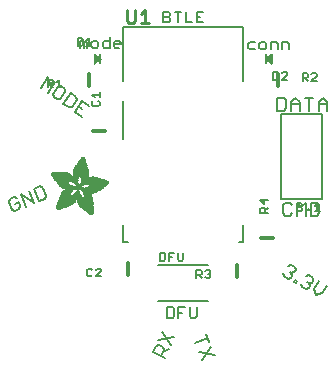
<source format=gbr>
G04 EAGLE Gerber RS-274X export*
G75*
%MOMM*%
%FSLAX34Y34*%
%LPD*%
%INSilkscreen Top*%
%IPPOS*%
%AMOC8*
5,1,8,0,0,1.08239X$1,22.5*%
G01*
%ADD10C,0.152400*%
%ADD11C,0.127000*%
%ADD12C,0.177800*%
%ADD13R,0.068600X0.007600*%
%ADD14R,0.114300X0.007600*%
%ADD15R,0.152400X0.007700*%
%ADD16R,0.182900X0.007600*%
%ADD17R,0.205700X0.007600*%
%ADD18R,0.228600X0.007600*%
%ADD19R,0.259100X0.007600*%
%ADD20R,0.274300X0.007700*%
%ADD21R,0.289500X0.007600*%
%ADD22R,0.304800X0.007600*%
%ADD23R,0.320100X0.007600*%
%ADD24R,0.342900X0.007600*%
%ADD25R,0.350500X0.007700*%
%ADD26R,0.365800X0.007600*%
%ADD27R,0.381000X0.007600*%
%ADD28R,0.388600X0.007600*%
%ADD29R,0.403800X0.007600*%
%ADD30R,0.419100X0.007700*%
%ADD31R,0.426700X0.007600*%
%ADD32R,0.441900X0.007600*%
%ADD33R,0.449600X0.007600*%
%ADD34R,0.464800X0.007600*%
%ADD35R,0.480000X0.007700*%
%ADD36R,0.487600X0.007600*%
%ADD37R,0.495300X0.007600*%
%ADD38R,0.510500X0.007600*%
%ADD39R,0.518100X0.007600*%
%ADD40R,0.525700X0.007700*%
%ADD41R,0.541000X0.007600*%
%ADD42R,0.548600X0.007600*%
%ADD43R,0.563800X0.007600*%
%ADD44R,0.571500X0.007600*%
%ADD45R,0.579100X0.007700*%
%ADD46R,0.594300X0.007600*%
%ADD47R,0.601900X0.007600*%
%ADD48R,0.609600X0.007600*%
%ADD49R,0.624800X0.007600*%
%ADD50R,0.632400X0.007700*%
%ADD51R,0.640000X0.007600*%
%ADD52R,0.655300X0.007600*%
%ADD53R,0.662900X0.007600*%
%ADD54R,0.678100X0.007600*%
%ADD55R,0.685800X0.007700*%
%ADD56R,0.693400X0.007600*%
%ADD57R,0.708600X0.007600*%
%ADD58R,0.716200X0.007600*%
%ADD59R,0.723900X0.007600*%
%ADD60R,0.739100X0.007700*%
%ADD61R,0.746700X0.007600*%
%ADD62R,0.754300X0.007600*%
%ADD63R,0.769600X0.007600*%
%ADD64R,0.777200X0.007600*%
%ADD65R,0.792400X0.007700*%
%ADD66R,0.800100X0.007600*%
%ADD67R,0.807700X0.007600*%
%ADD68R,0.822900X0.007600*%
%ADD69R,0.830500X0.007600*%
%ADD70R,0.838200X0.007700*%
%ADD71R,0.091500X0.007600*%
%ADD72R,0.853400X0.007600*%
%ADD73R,0.144700X0.007600*%
%ADD74R,0.861000X0.007600*%
%ADD75R,0.190500X0.007600*%
%ADD76R,0.876300X0.007600*%
%ADD77R,0.221000X0.007600*%
%ADD78R,0.883900X0.007600*%
%ADD79R,0.259000X0.007700*%
%ADD80R,0.891500X0.007700*%
%ADD81R,0.289600X0.007600*%
%ADD82R,0.906700X0.007600*%
%ADD83R,0.914400X0.007600*%
%ADD84R,0.350500X0.007600*%
%ADD85R,0.922000X0.007600*%
%ADD86R,0.937200X0.007600*%
%ADD87R,0.411400X0.007700*%
%ADD88R,0.944800X0.007700*%
%ADD89R,0.434300X0.007600*%
%ADD90R,0.952500X0.007600*%
%ADD91R,0.464900X0.007600*%
%ADD92R,0.967700X0.007600*%
%ADD93R,0.975300X0.007600*%
%ADD94R,0.518200X0.007600*%
%ADD95R,0.990600X0.007600*%
%ADD96R,0.548600X0.007700*%
%ADD97R,0.998200X0.007700*%
%ADD98R,1.005800X0.007600*%
%ADD99R,0.594400X0.007600*%
%ADD100R,1.021000X0.007600*%
%ADD101R,0.617200X0.007600*%
%ADD102R,1.028700X0.007600*%
%ADD103R,0.647700X0.007600*%
%ADD104R,1.036300X0.007600*%
%ADD105R,0.670500X0.007700*%
%ADD106R,1.051500X0.007700*%
%ADD107R,1.059100X0.007600*%
%ADD108R,0.716300X0.007600*%
%ADD109R,1.066800X0.007600*%
%ADD110R,0.739100X0.007600*%
%ADD111R,1.074400X0.007600*%
%ADD112R,0.762000X0.007600*%
%ADD113R,1.089600X0.007600*%
%ADD114R,0.784800X0.007700*%
%ADD115R,1.097200X0.007700*%
%ADD116R,1.104900X0.007600*%
%ADD117R,0.830600X0.007600*%
%ADD118R,1.112500X0.007600*%
%ADD119R,0.845800X0.007600*%
%ADD120R,1.120100X0.007600*%
%ADD121R,0.868700X0.007600*%
%ADD122R,1.127700X0.007600*%
%ADD123R,1.135300X0.007700*%
%ADD124R,1.143000X0.007600*%
%ADD125R,0.944900X0.007600*%
%ADD126R,1.150600X0.007600*%
%ADD127R,0.960100X0.007600*%
%ADD128R,1.158200X0.007600*%
%ADD129R,0.983000X0.007600*%
%ADD130R,1.165800X0.007600*%
%ADD131R,1.005900X0.007700*%
%ADD132R,1.173400X0.007700*%
%ADD133R,1.021100X0.007600*%
%ADD134R,1.181100X0.007600*%
%ADD135R,1.044000X0.007600*%
%ADD136R,1.188700X0.007600*%
%ADD137R,1.196300X0.007600*%
%ADD138R,1.082000X0.007600*%
%ADD139R,1.203900X0.007600*%
%ADD140R,1.104900X0.007700*%
%ADD141R,1.211500X0.007700*%
%ADD142R,1.211500X0.007600*%
%ADD143R,1.219200X0.007600*%
%ADD144R,1.226800X0.007600*%
%ADD145R,1.234400X0.007600*%
%ADD146R,1.188700X0.007700*%
%ADD147R,1.242000X0.007700*%
%ADD148R,1.242000X0.007600*%
%ADD149R,1.211600X0.007600*%
%ADD150R,1.249600X0.007600*%
%ADD151R,1.257300X0.007600*%
%ADD152R,1.264900X0.007600*%
%ADD153R,1.242100X0.007700*%
%ADD154R,1.264900X0.007700*%
%ADD155R,1.272500X0.007600*%
%ADD156R,1.265000X0.007600*%
%ADD157R,1.280100X0.007600*%
%ADD158R,1.272600X0.007600*%
%ADD159R,1.287700X0.007600*%
%ADD160R,1.287800X0.007600*%
%ADD161R,1.295400X0.007700*%
%ADD162R,1.303000X0.007600*%
%ADD163R,1.318200X0.007600*%
%ADD164R,1.310600X0.007600*%
%ADD165R,1.325900X0.007600*%
%ADD166R,1.341100X0.007700*%
%ADD167R,1.318200X0.007700*%
%ADD168R,1.341100X0.007600*%
%ADD169R,1.325800X0.007600*%
%ADD170R,1.348700X0.007600*%
%ADD171R,1.364000X0.007600*%
%ADD172R,1.333500X0.007600*%
%ADD173R,1.371600X0.007700*%
%ADD174R,1.379200X0.007600*%
%ADD175R,1.379300X0.007600*%
%ADD176R,1.386900X0.007600*%
%ADD177R,1.394500X0.007600*%
%ADD178R,1.356300X0.007600*%
%ADD179R,1.394400X0.007700*%
%ADD180R,1.356300X0.007700*%
%ADD181R,1.402000X0.007600*%
%ADD182R,1.409700X0.007600*%
%ADD183R,1.363900X0.007600*%
%ADD184R,1.417300X0.007600*%
%ADD185R,1.371600X0.007600*%
%ADD186R,1.424900X0.007700*%
%ADD187R,1.424900X0.007600*%
%ADD188R,1.432600X0.007600*%
%ADD189R,1.440200X0.007600*%
%ADD190R,1.386800X0.007600*%
%ADD191R,1.447800X0.007700*%
%ADD192R,1.386800X0.007700*%
%ADD193R,1.447800X0.007600*%
%ADD194R,1.455500X0.007600*%
%ADD195R,1.394400X0.007600*%
%ADD196R,1.463100X0.007600*%
%ADD197R,1.455400X0.007700*%
%ADD198R,1.463000X0.007600*%
%ADD199R,1.470600X0.007600*%
%ADD200R,1.470600X0.007700*%
%ADD201R,1.409700X0.007700*%
%ADD202R,1.470700X0.007600*%
%ADD203R,1.402100X0.007600*%
%ADD204R,1.478300X0.007600*%
%ADD205R,1.478300X0.007700*%
%ADD206R,1.402100X0.007700*%
%ADD207R,1.485900X0.007600*%
%ADD208R,1.485900X0.007700*%
%ADD209R,1.493500X0.007700*%
%ADD210R,1.493500X0.007600*%
%ADD211R,1.394500X0.007700*%
%ADD212R,1.493600X0.007700*%
%ADD213R,1.386900X0.007700*%
%ADD214R,1.379200X0.007700*%
%ADD215R,2.857500X0.007700*%
%ADD216R,2.857500X0.007600*%
%ADD217R,2.849900X0.007600*%
%ADD218R,2.842300X0.007600*%
%ADD219R,2.834700X0.007700*%
%ADD220R,2.827000X0.007600*%
%ADD221R,2.819400X0.007600*%
%ADD222R,2.811800X0.007600*%
%ADD223R,2.811800X0.007700*%
%ADD224R,2.804100X0.007600*%
%ADD225R,2.796500X0.007600*%
%ADD226R,1.966000X0.007600*%
%ADD227R,1.943100X0.007600*%
%ADD228R,0.754400X0.007600*%
%ADD229R,1.927900X0.007700*%
%ADD230R,0.746700X0.007700*%
%ADD231R,1.912600X0.007600*%
%ADD232R,0.731500X0.007600*%
%ADD233R,1.905000X0.007600*%
%ADD234R,1.882200X0.007600*%
%ADD235R,1.874600X0.007600*%
%ADD236R,1.866900X0.007700*%
%ADD237R,0.708700X0.007700*%
%ADD238R,1.851600X0.007600*%
%ADD239R,0.701100X0.007600*%
%ADD240R,1.844000X0.007600*%
%ADD241R,1.836400X0.007600*%
%ADD242R,1.821200X0.007600*%
%ADD243R,0.685800X0.007600*%
%ADD244R,1.813500X0.007700*%
%ADD245R,1.805900X0.007600*%
%ADD246R,0.678200X0.007600*%
%ADD247R,1.790700X0.007600*%
%ADD248R,0.670600X0.007600*%
%ADD249R,1.775500X0.007600*%
%ADD250R,1.767900X0.007700*%
%ADD251R,0.663000X0.007700*%
%ADD252R,1.760200X0.007600*%
%ADD253R,1.752600X0.007600*%
%ADD254R,0.937300X0.007600*%
%ADD255R,0.792500X0.007600*%
%ADD256R,0.899100X0.007600*%
%ADD257R,0.883900X0.007700*%
%ADD258R,0.716300X0.007700*%
%ADD259R,0.647700X0.007700*%
%ADD260R,0.640100X0.007600*%
%ADD261R,0.632500X0.007600*%
%ADD262R,0.655400X0.007600*%
%ADD263R,0.632400X0.007600*%
%ADD264R,0.845800X0.007700*%
%ADD265R,0.617200X0.007700*%
%ADD266R,0.624800X0.007700*%
%ADD267R,0.602000X0.007600*%
%ADD268R,0.838200X0.007600*%
%ADD269R,0.586700X0.007600*%
%ADD270R,0.548700X0.007600*%
%ADD271R,0.830500X0.007700*%
%ADD272R,0.541000X0.007700*%
%ADD273R,0.594300X0.007700*%
%ADD274R,0.525800X0.007600*%
%ADD275R,0.586800X0.007600*%
%ADD276R,0.815300X0.007600*%
%ADD277R,0.579200X0.007600*%
%ADD278R,0.815400X0.007600*%
%ADD279R,0.815400X0.007700*%
%ADD280R,0.571500X0.007700*%
%ADD281R,0.807800X0.007600*%
%ADD282R,0.563900X0.007600*%
%ADD283R,0.457200X0.007600*%
%ADD284R,0.442000X0.007600*%
%ADD285R,0.556300X0.007600*%
%ADD286R,0.807700X0.007700*%
%ADD287R,0.411500X0.007600*%
%ADD288R,0.533400X0.007600*%
%ADD289R,0.076200X0.007600*%
%ADD290R,0.403900X0.007600*%
%ADD291R,0.525700X0.007600*%
%ADD292R,0.388700X0.007600*%
%ADD293R,0.297200X0.007600*%
%ADD294R,0.373400X0.007700*%
%ADD295R,0.503000X0.007700*%
%ADD296R,0.426800X0.007700*%
%ADD297R,0.358100X0.007600*%
%ADD298R,0.502900X0.007600*%
%ADD299R,0.472400X0.007600*%
%ADD300R,0.487700X0.007600*%
%ADD301R,0.335300X0.007600*%
%ADD302R,0.792500X0.007700*%
%ADD303R,0.327600X0.007700*%
%ADD304R,0.472400X0.007700*%
%ADD305R,0.640000X0.007700*%
%ADD306R,0.784800X0.007600*%
%ADD307R,0.320000X0.007600*%
%ADD308R,0.792400X0.007600*%
%ADD309R,1.173400X0.007600*%
%ADD310R,1.196400X0.007600*%
%ADD311R,0.784900X0.007600*%
%ADD312R,0.784900X0.007700*%
%ADD313R,0.297200X0.007700*%
%ADD314R,1.249700X0.007600*%
%ADD315R,0.281900X0.007600*%
%ADD316R,1.295400X0.007600*%
%ADD317R,0.266700X0.007600*%
%ADD318R,0.777300X0.007700*%
%ADD319R,0.266700X0.007700*%
%ADD320R,1.333500X0.007700*%
%ADD321R,0.777300X0.007600*%
%ADD322R,1.348800X0.007600*%
%ADD323R,0.251500X0.007600*%
%ADD324R,0.243900X0.007700*%
%ADD325R,0.243900X0.007600*%
%ADD326R,1.440100X0.007600*%
%ADD327R,0.236200X0.007600*%
%ADD328R,0.762000X0.007700*%
%ADD329R,0.236200X0.007700*%
%ADD330R,1.508700X0.007700*%
%ADD331R,1.531600X0.007600*%
%ADD332R,1.546900X0.007600*%
%ADD333R,1.569700X0.007600*%
%ADD334R,1.585000X0.007600*%
%ADD335R,0.746800X0.007700*%
%ADD336R,1.607800X0.007700*%
%ADD337R,0.243800X0.007600*%
%ADD338R,1.630700X0.007600*%
%ADD339R,1.653500X0.007600*%
%ADD340R,0.739200X0.007600*%
%ADD341R,1.684000X0.007600*%
%ADD342R,2.019300X0.007600*%
%ADD343R,0.731500X0.007700*%
%ADD344R,2.026900X0.007700*%
%ADD345R,2.049800X0.007600*%
%ADD346R,2.057400X0.007600*%
%ADD347R,0.708700X0.007600*%
%ADD348R,2.072600X0.007600*%
%ADD349R,0.701000X0.007600*%
%ADD350R,2.095500X0.007600*%
%ADD351R,0.693500X0.007700*%
%ADD352R,2.110800X0.007700*%
%ADD353R,2.141200X0.007600*%
%ADD354R,0.060900X0.007600*%
%ADD355R,2.872700X0.007600*%
%ADD356R,3.124200X0.007600*%
%ADD357R,3.177600X0.007600*%
%ADD358R,3.215600X0.007700*%
%ADD359R,3.253700X0.007600*%
%ADD360R,3.284300X0.007600*%
%ADD361R,3.314700X0.007600*%
%ADD362R,3.352800X0.007600*%
%ADD363R,3.375600X0.007700*%
%ADD364R,3.406200X0.007600*%
%ADD365R,3.429000X0.007600*%
%ADD366R,3.451800X0.007600*%
%ADD367R,3.482400X0.007600*%
%ADD368R,1.828800X0.007700*%
%ADD369R,1.539300X0.007700*%
%ADD370R,1.767900X0.007600*%
%ADD371R,1.767800X0.007600*%
%ADD372R,1.760200X0.007700*%
%ADD373R,1.760300X0.007600*%
%ADD374R,1.775400X0.007700*%
%ADD375R,1.379300X0.007700*%
%ADD376R,1.783000X0.007600*%
%ADD377R,1.813500X0.007600*%
%ADD378R,1.821100X0.007700*%
%ADD379R,0.503000X0.007600*%
%ADD380R,1.135400X0.007600*%
%ADD381R,1.127700X0.007700*%
%ADD382R,0.487700X0.007700*%
%ADD383R,1.120200X0.007600*%
%ADD384R,1.097300X0.007600*%
%ADD385R,0.510600X0.007600*%
%ADD386R,1.074400X0.007700*%
%ADD387R,0.525800X0.007700*%
%ADD388R,1.440200X0.007700*%
%ADD389R,1.059200X0.007600*%
%ADD390R,1.051600X0.007600*%
%ADD391R,1.051500X0.007600*%
%ADD392R,1.043900X0.007700*%
%ADD393R,0.602000X0.007700*%
%ADD394R,1.524000X0.007600*%
%ADD395R,1.539300X0.007600*%
%ADD396R,1.592600X0.007600*%
%ADD397R,1.021100X0.007700*%
%ADD398R,1.615400X0.007700*%
%ADD399R,1.013400X0.007600*%
%ADD400R,1.653600X0.007600*%
%ADD401R,1.013500X0.007600*%
%ADD402R,1.699300X0.007600*%
%ADD403R,2.743200X0.007600*%
%ADD404R,1.005900X0.007600*%
%ADD405R,2.415500X0.007600*%
%ADD406R,1.005800X0.007700*%
%ADD407R,0.281900X0.007700*%
%ADD408R,2.408000X0.007700*%
%ADD409R,2.407900X0.007600*%
%ADD410R,0.998200X0.007600*%
%ADD411R,0.282000X0.007600*%
%ADD412R,0.998300X0.007600*%
%ADD413R,2.400300X0.007600*%
%ADD414R,0.289500X0.007700*%
%ADD415R,2.400300X0.007700*%
%ADD416R,0.297100X0.007600*%
%ADD417R,0.312400X0.007600*%
%ADD418R,2.392700X0.007600*%
%ADD419R,0.990600X0.007700*%
%ADD420R,0.327700X0.007700*%
%ADD421R,2.392700X0.007700*%
%ADD422R,2.385100X0.007600*%
%ADD423R,0.381000X0.007700*%
%ADD424R,2.377400X0.007700*%
%ADD425R,2.377400X0.007600*%
%ADD426R,2.369800X0.007600*%
%ADD427R,0.419100X0.007600*%
%ADD428R,2.362200X0.007600*%
%ADD429R,0.426800X0.007600*%
%ADD430R,1.036300X0.007700*%
%ADD431R,0.442000X0.007700*%
%ADD432R,2.354600X0.007700*%
%ADD433R,2.354600X0.007600*%
%ADD434R,0.480100X0.007600*%
%ADD435R,2.347000X0.007600*%
%ADD436R,1.074500X0.007600*%
%ADD437R,2.339400X0.007600*%
%ADD438R,1.082100X0.007700*%
%ADD439R,0.548700X0.007700*%
%ADD440R,2.331800X0.007700*%
%ADD441R,2.331800X0.007600*%
%ADD442R,0.624900X0.007600*%
%ADD443R,2.324100X0.007600*%
%ADD444R,1.859300X0.007600*%
%ADD445R,2.308800X0.007600*%
%ADD446R,2.301200X0.007700*%
%ADD447R,2.301200X0.007600*%
%ADD448R,2.293600X0.007600*%
%ADD449R,2.278400X0.007600*%
%ADD450R,1.889800X0.007600*%
%ADD451R,2.270700X0.007600*%
%ADD452R,1.897400X0.007700*%
%ADD453R,2.255500X0.007700*%
%ADD454R,1.897400X0.007600*%
%ADD455R,2.247900X0.007600*%
%ADD456R,2.232600X0.007600*%
%ADD457R,1.912700X0.007600*%
%ADD458R,2.209800X0.007600*%
%ADD459R,1.920300X0.007600*%
%ADD460R,2.186900X0.007600*%
%ADD461R,1.920300X0.007700*%
%ADD462R,2.171700X0.007700*%
%ADD463R,1.935500X0.007600*%
%ADD464R,2.148800X0.007600*%
%ADD465R,2.126000X0.007600*%
%ADD466R,1.950700X0.007600*%
%ADD467R,1.958400X0.007700*%
%ADD468R,2.042200X0.007700*%
%ADD469R,1.973600X0.007600*%
%ADD470R,1.996500X0.007600*%
%ADD471R,1.981200X0.007600*%
%ADD472R,1.988800X0.007600*%
%ADD473R,1.996400X0.007700*%
%ADD474R,1.996400X0.007600*%
%ADD475R,2.004100X0.007600*%
%ADD476R,1.874500X0.007600*%
%ADD477R,1.425000X0.007600*%
%ADD478R,2.026900X0.007600*%
%ADD479R,0.434400X0.007700*%
%ADD480R,1.364000X0.007700*%
%ADD481R,2.034500X0.007600*%
%ADD482R,0.434400X0.007600*%
%ADD483R,2.049700X0.007600*%
%ADD484R,2.065000X0.007700*%
%ADD485R,0.464800X0.007700*%
%ADD486R,1.196300X0.007700*%
%ADD487R,2.080300X0.007600*%
%ADD488R,1.158300X0.007600*%
%ADD489R,2.087900X0.007600*%
%ADD490R,0.472500X0.007600*%
%ADD491R,2.103100X0.007600*%
%ADD492R,2.118400X0.007600*%
%ADD493R,2.133600X0.007600*%
%ADD494R,2.148800X0.007700*%
%ADD495R,2.164000X0.007600*%
%ADD496R,2.171700X0.007600*%
%ADD497R,2.187000X0.007600*%
%ADD498R,0.556200X0.007600*%
%ADD499R,2.202200X0.007700*%
%ADD500R,0.556200X0.007700*%
%ADD501R,0.640100X0.007700*%
%ADD502R,0.579100X0.007600*%
%ADD503R,0.480000X0.007600*%
%ADD504R,1.752600X0.007700*%
%ADD505R,0.487600X0.007700*%
%ADD506R,0.594400X0.007700*%
%ADD507R,0.358100X0.007700*%
%ADD508R,0.099000X0.007600*%
%ADD509R,1.280200X0.007600*%
%ADD510R,1.745000X0.007600*%
%ADD511R,1.744900X0.007600*%
%ADD512R,1.737300X0.007700*%
%ADD513R,1.737400X0.007600*%
%ADD514R,1.729800X0.007600*%
%ADD515R,1.722200X0.007600*%
%ADD516R,1.722100X0.007600*%
%ADD517R,1.714500X0.007700*%
%ADD518R,1.356400X0.007700*%
%ADD519R,1.706900X0.007600*%
%ADD520R,1.356400X0.007600*%
%ADD521R,1.691700X0.007600*%
%ADD522R,1.668800X0.007700*%
%ADD523R,1.645900X0.007600*%
%ADD524R,1.623100X0.007600*%
%ADD525R,1.577400X0.007600*%
%ADD526R,1.554400X0.007600*%
%ADD527R,1.539200X0.007600*%
%ADD528R,1.524000X0.007700*%
%ADD529R,1.501100X0.007600*%
%ADD530R,1.455400X0.007600*%
%ADD531R,1.348800X0.007700*%
%ADD532R,1.318300X0.007600*%
%ADD533R,1.310600X0.007700*%
%ADD534R,1.287800X0.007700*%
%ADD535R,1.234500X0.007600*%
%ADD536R,1.226900X0.007600*%
%ADD537R,1.173500X0.007700*%
%ADD538R,1.173500X0.007600*%
%ADD539R,1.165900X0.007600*%
%ADD540R,1.143000X0.007700*%
%ADD541R,1.127800X0.007600*%
%ADD542R,1.097200X0.007600*%
%ADD543R,1.028700X0.007700*%
%ADD544R,0.982900X0.007600*%
%ADD545R,0.952500X0.007700*%
%ADD546R,0.929600X0.007600*%
%ADD547R,0.906800X0.007700*%
%ADD548R,0.906800X0.007600*%
%ADD549R,0.899200X0.007600*%
%ADD550R,0.884000X0.007600*%
%ADD551R,0.876300X0.007700*%
%ADD552R,0.830600X0.007700*%
%ADD553R,0.754400X0.007700*%
%ADD554R,0.746800X0.007600*%
%ADD555R,0.708600X0.007700*%
%ADD556R,0.678200X0.007700*%
%ADD557R,0.663000X0.007600*%
%ADD558R,0.632500X0.007700*%
%ADD559R,0.556300X0.007700*%
%ADD560R,0.518200X0.007700*%
%ADD561R,0.434300X0.007700*%
%ADD562R,0.396300X0.007700*%
%ADD563R,0.373300X0.007600*%
%ADD564R,0.365700X0.007600*%
%ADD565R,0.327700X0.007600*%
%ADD566R,0.304800X0.007700*%
%ADD567R,0.274300X0.007600*%
%ADD568R,0.243800X0.007700*%
%ADD569R,0.205800X0.007600*%
%ADD570R,0.152400X0.007600*%
%ADD571R,0.121900X0.007700*%
%ADD572C,0.228600*%
%ADD573R,0.190500X0.889000*%
%ADD574C,0.304800*%
%ADD575C,0.203200*%

G36*
X-74873Y103384D02*
X-74873Y103384D01*
X-74855Y103382D01*
X-74753Y103410D01*
X-74650Y103432D01*
X-74635Y103441D01*
X-74618Y103446D01*
X-74473Y103531D01*
X-69393Y107341D01*
X-69390Y107344D01*
X-69387Y107346D01*
X-69305Y107433D01*
X-69223Y107518D01*
X-69221Y107522D01*
X-69218Y107525D01*
X-69168Y107634D01*
X-69118Y107741D01*
X-69118Y107745D01*
X-69116Y107749D01*
X-69103Y107867D01*
X-69090Y107985D01*
X-69090Y107989D01*
X-69090Y107994D01*
X-69116Y108110D01*
X-69141Y108226D01*
X-69143Y108230D01*
X-69144Y108234D01*
X-69205Y108336D01*
X-69266Y108438D01*
X-69269Y108441D01*
X-69271Y108444D01*
X-69393Y108559D01*
X-74473Y112369D01*
X-74489Y112377D01*
X-74502Y112390D01*
X-74517Y112397D01*
X-74525Y112403D01*
X-74575Y112423D01*
X-74598Y112434D01*
X-74691Y112483D01*
X-74709Y112486D01*
X-74725Y112493D01*
X-74830Y112505D01*
X-74934Y112521D01*
X-74952Y112518D01*
X-74969Y112520D01*
X-75072Y112498D01*
X-75177Y112480D01*
X-75192Y112472D01*
X-75210Y112468D01*
X-75300Y112414D01*
X-75394Y112364D01*
X-75406Y112351D01*
X-75421Y112342D01*
X-75490Y112262D01*
X-75562Y112185D01*
X-75569Y112168D01*
X-75581Y112155D01*
X-75620Y112057D01*
X-75664Y111961D01*
X-75666Y111943D01*
X-75673Y111927D01*
X-75691Y111760D01*
X-75691Y104140D01*
X-75688Y104122D01*
X-75690Y104105D01*
X-75669Y104001D01*
X-75652Y103897D01*
X-75643Y103882D01*
X-75640Y103864D01*
X-75586Y103773D01*
X-75536Y103680D01*
X-75524Y103668D01*
X-75515Y103652D01*
X-75435Y103583D01*
X-75358Y103511D01*
X-75342Y103503D01*
X-75328Y103491D01*
X-75231Y103451D01*
X-75135Y103407D01*
X-75117Y103405D01*
X-75101Y103398D01*
X-74995Y103391D01*
X-74891Y103380D01*
X-74873Y103384D01*
G37*
G36*
X74952Y103382D02*
X74952Y103382D01*
X74969Y103380D01*
X75072Y103402D01*
X75177Y103420D01*
X75192Y103428D01*
X75210Y103432D01*
X75300Y103486D01*
X75394Y103536D01*
X75406Y103549D01*
X75421Y103558D01*
X75490Y103638D01*
X75562Y103715D01*
X75569Y103732D01*
X75581Y103745D01*
X75620Y103843D01*
X75664Y103939D01*
X75666Y103957D01*
X75673Y103973D01*
X75691Y104140D01*
X75691Y111760D01*
X75689Y111777D01*
X75690Y111792D01*
X75690Y111795D01*
X75669Y111899D01*
X75652Y112003D01*
X75643Y112018D01*
X75640Y112036D01*
X75586Y112127D01*
X75536Y112220D01*
X75524Y112232D01*
X75515Y112248D01*
X75435Y112317D01*
X75358Y112390D01*
X75342Y112397D01*
X75328Y112409D01*
X75231Y112449D01*
X75135Y112493D01*
X75117Y112495D01*
X75101Y112502D01*
X74995Y112509D01*
X74891Y112520D01*
X74873Y112516D01*
X74855Y112518D01*
X74753Y112490D01*
X74680Y112474D01*
X74677Y112474D01*
X74650Y112468D01*
X74635Y112459D01*
X74618Y112454D01*
X74473Y112369D01*
X69393Y108559D01*
X69390Y108556D01*
X69387Y108554D01*
X69305Y108467D01*
X69223Y108382D01*
X69221Y108378D01*
X69218Y108375D01*
X69168Y108266D01*
X69118Y108159D01*
X69118Y108155D01*
X69116Y108151D01*
X69103Y108033D01*
X69090Y107915D01*
X69090Y107911D01*
X69090Y107906D01*
X69116Y107790D01*
X69141Y107674D01*
X69143Y107670D01*
X69144Y107666D01*
X69205Y107564D01*
X69266Y107462D01*
X69269Y107459D01*
X69271Y107456D01*
X69393Y107341D01*
X74473Y103531D01*
X74489Y103523D01*
X74502Y103511D01*
X74598Y103466D01*
X74691Y103417D01*
X74709Y103414D01*
X74725Y103407D01*
X74830Y103395D01*
X74934Y103379D01*
X74952Y103382D01*
G37*
D10*
X88675Y-67061D02*
X91221Y-66378D01*
X94450Y-68243D01*
X95133Y-70789D01*
X94200Y-72404D01*
X91654Y-73086D01*
X90039Y-72154D01*
X91654Y-73086D02*
X92336Y-75633D01*
X91404Y-77247D01*
X88857Y-77930D01*
X85628Y-76065D01*
X84946Y-73519D01*
X95073Y-79366D02*
X94141Y-80980D01*
X95073Y-79366D02*
X96688Y-80298D01*
X95756Y-81912D01*
X94141Y-80980D01*
X103865Y-75831D02*
X106412Y-75149D01*
X109641Y-77013D01*
X110323Y-79560D01*
X109391Y-81174D01*
X106845Y-81856D01*
X105230Y-80924D01*
X106845Y-81856D02*
X107527Y-84403D01*
X106595Y-86018D01*
X104048Y-86700D01*
X100819Y-84836D01*
X100137Y-82289D01*
X111196Y-86522D02*
X114925Y-80064D01*
X111196Y-86522D02*
X112561Y-91615D01*
X117654Y-90250D01*
X121383Y-83792D01*
X-140640Y-9827D02*
X-143076Y-8818D01*
X-146520Y-10245D01*
X-147529Y-12681D01*
X-144676Y-19570D01*
X-142240Y-20579D01*
X-138795Y-19152D01*
X-137786Y-16716D01*
X-139213Y-13272D01*
X-142658Y-14698D01*
X-137439Y-6483D02*
X-133158Y-16817D01*
X-126269Y-13964D02*
X-137439Y-6483D01*
X-130550Y-3629D02*
X-126269Y-13964D01*
X-122355Y-12342D02*
X-126635Y-2008D01*
X-122355Y-12342D02*
X-117188Y-10202D01*
X-116179Y-7766D01*
X-119032Y-877D01*
X-121468Y132D01*
X-126635Y-2008D01*
X-120671Y83717D02*
X-114255Y92880D01*
X-113339Y87687D01*
X-108146Y88603D01*
X-114562Y79440D01*
X-103149Y85103D02*
X-100094Y82964D01*
X-103149Y85103D02*
X-105745Y84645D01*
X-110022Y78537D01*
X-109564Y75940D01*
X-106510Y73802D01*
X-103914Y74260D01*
X-99637Y80368D01*
X-100094Y82964D01*
X-95097Y79465D02*
X-101512Y70302D01*
X-96931Y67094D01*
X-94335Y67552D01*
X-90057Y73661D01*
X-90515Y76257D01*
X-95097Y79465D01*
X-85517Y72758D02*
X-79409Y68480D01*
X-85517Y72758D02*
X-91933Y63595D01*
X-85825Y59318D01*
X-85671Y66038D02*
X-88725Y68176D01*
X-25398Y-140392D02*
X-15064Y-144673D01*
X-25398Y-140392D02*
X-23258Y-135225D01*
X-20822Y-134217D01*
X-17378Y-135643D01*
X-16369Y-138079D01*
X-18509Y-143246D01*
X-17082Y-139801D02*
X-12211Y-137784D01*
X-7736Y-126980D02*
X-20923Y-129589D01*
X-18070Y-122699D02*
X-10589Y-133869D01*
X10350Y-132759D02*
X20684Y-128479D01*
X19258Y-125034D02*
X22111Y-131924D01*
X23733Y-135838D02*
X16252Y-147008D01*
X13399Y-140119D02*
X26586Y-142727D01*
D11*
X-13335Y-111125D02*
X-13335Y-102227D01*
X-13335Y-111125D02*
X-8886Y-111125D01*
X-7403Y-109642D01*
X-7403Y-103710D01*
X-8886Y-102227D01*
X-13335Y-102227D01*
X-3980Y-102227D02*
X-3980Y-111125D01*
X-3980Y-102227D02*
X1952Y-102227D01*
X-1014Y-106676D02*
X-3980Y-106676D01*
X5375Y-109642D02*
X5375Y-102227D01*
X5375Y-109642D02*
X6858Y-111125D01*
X9824Y-111125D01*
X11307Y-109642D01*
X11307Y-102227D01*
X56728Y122137D02*
X61177Y122137D01*
X56728Y122137D02*
X55245Y120654D01*
X55245Y117688D01*
X56728Y116205D01*
X61177Y116205D01*
X66083Y116205D02*
X69049Y116205D01*
X70532Y117688D01*
X70532Y120654D01*
X69049Y122137D01*
X66083Y122137D01*
X64600Y120654D01*
X64600Y117688D01*
X66083Y116205D01*
X73955Y116205D02*
X73955Y122137D01*
X78404Y122137D01*
X79887Y120654D01*
X79887Y116205D01*
X83311Y116205D02*
X83311Y122137D01*
X87759Y122137D01*
X89242Y120654D01*
X89242Y116205D01*
X-86995Y117475D02*
X-86995Y123407D01*
X-85512Y123407D01*
X-84029Y121924D01*
X-84029Y117475D01*
X-84029Y121924D02*
X-82546Y123407D01*
X-81063Y121924D01*
X-81063Y117475D01*
X-76157Y117475D02*
X-73191Y117475D01*
X-71708Y118958D01*
X-71708Y121924D01*
X-73191Y123407D01*
X-76157Y123407D01*
X-77640Y121924D01*
X-77640Y118958D01*
X-76157Y117475D01*
X-62353Y117475D02*
X-62353Y126373D01*
X-62353Y117475D02*
X-66802Y117475D01*
X-68285Y118958D01*
X-68285Y121924D01*
X-66802Y123407D01*
X-62353Y123407D01*
X-57447Y117475D02*
X-54481Y117475D01*
X-57447Y117475D02*
X-58929Y118958D01*
X-58929Y121924D01*
X-57447Y123407D01*
X-54481Y123407D01*
X-52998Y121924D01*
X-52998Y120441D01*
X-58929Y120441D01*
D12*
X90175Y-13580D02*
X91997Y-15402D01*
X90175Y-13580D02*
X86531Y-13580D01*
X84709Y-15402D01*
X84709Y-22689D01*
X86531Y-24511D01*
X90175Y-24511D01*
X91997Y-22689D01*
X96403Y-24511D02*
X96403Y-13580D01*
X100047Y-17223D01*
X103691Y-13580D01*
X103691Y-24511D01*
X108097Y-24511D02*
X108097Y-13580D01*
X108097Y-24511D02*
X113563Y-24511D01*
X115384Y-22689D01*
X115384Y-15402D01*
X113563Y-13580D01*
X108097Y-13580D01*
X79629Y64389D02*
X79629Y75320D01*
X79629Y64389D02*
X85095Y64389D01*
X86917Y66211D01*
X86917Y73498D01*
X85095Y75320D01*
X79629Y75320D01*
X91323Y71677D02*
X91323Y64389D01*
X91323Y71677D02*
X94967Y75320D01*
X98611Y71677D01*
X98611Y64389D01*
X98611Y69855D02*
X91323Y69855D01*
X106661Y64389D02*
X106661Y75320D01*
X110304Y75320D02*
X103017Y75320D01*
X114711Y71677D02*
X114711Y64389D01*
X114711Y71677D02*
X118355Y75320D01*
X121998Y71677D01*
X121998Y64389D01*
X121998Y69855D02*
X114711Y69855D01*
D10*
X-16678Y139192D02*
X-16678Y147835D01*
X-12357Y147835D01*
X-10916Y146395D01*
X-10916Y144954D01*
X-12357Y143514D01*
X-10916Y142073D01*
X-10916Y140633D01*
X-12357Y139192D01*
X-16678Y139192D01*
X-16678Y143514D02*
X-12357Y143514D01*
X-4442Y147835D02*
X-4442Y139192D01*
X-7323Y147835D02*
X-1561Y147835D01*
X2032Y147835D02*
X2032Y139192D01*
X7794Y139192D01*
X11387Y147835D02*
X17149Y147835D01*
X11387Y147835D02*
X11387Y139192D01*
X17149Y139192D01*
X14268Y143514D02*
X11387Y143514D01*
D13*
X-77622Y-24130D03*
D14*
X-77623Y-24054D03*
D15*
X-77660Y-23978D03*
D16*
X-77661Y-23901D03*
D17*
X-77623Y-23825D03*
D18*
X-77660Y-23749D03*
D19*
X-77661Y-23673D03*
D20*
X-77661Y-23597D03*
D21*
X-77661Y-23520D03*
D22*
X-77737Y-23444D03*
D23*
X-77737Y-23368D03*
D24*
X-77775Y-23292D03*
D25*
X-77813Y-23216D03*
D26*
X-77813Y-23139D03*
D27*
X-77889Y-23063D03*
D28*
X-77927Y-22987D03*
D29*
X-77927Y-22911D03*
D30*
X-78004Y-22835D03*
D31*
X-78042Y-22758D03*
D32*
X-78118Y-22682D03*
D33*
X-78156Y-22606D03*
D34*
X-78156Y-22530D03*
D35*
X-78232Y-22454D03*
D36*
X-78270Y-22377D03*
D37*
X-78309Y-22301D03*
D38*
X-78385Y-22225D03*
D39*
X-78423Y-22149D03*
D40*
X-78461Y-22073D03*
D41*
X-78537Y-21996D03*
D42*
X-78575Y-21920D03*
D43*
X-78651Y-21844D03*
D44*
X-78690Y-21768D03*
D45*
X-78728Y-21692D03*
D46*
X-78804Y-21615D03*
D47*
X-78842Y-21539D03*
D48*
X-78880Y-21463D03*
D49*
X-78956Y-21387D03*
D50*
X-78994Y-21311D03*
D51*
X-79032Y-21234D03*
D52*
X-79109Y-21158D03*
D53*
X-79147Y-21082D03*
D54*
X-79223Y-21006D03*
D55*
X-79261Y-20930D03*
D56*
X-79299Y-20853D03*
D57*
X-79375Y-20777D03*
D58*
X-79413Y-20701D03*
D59*
X-79452Y-20625D03*
D60*
X-79528Y-20549D03*
D61*
X-79566Y-20472D03*
D62*
X-79604Y-20396D03*
D63*
X-79680Y-20320D03*
D64*
X-79718Y-20244D03*
D65*
X-79794Y-20168D03*
D66*
X-79833Y-20091D03*
D67*
X-79871Y-20015D03*
D68*
X-79947Y-19939D03*
D69*
X-79985Y-19863D03*
D70*
X-80023Y-19787D03*
D71*
X-105550Y-19710D03*
D72*
X-80099Y-19710D03*
D73*
X-105512Y-19634D03*
D74*
X-80137Y-19634D03*
D75*
X-105436Y-19558D03*
D76*
X-80214Y-19558D03*
D77*
X-105359Y-19482D03*
D78*
X-80252Y-19482D03*
D79*
X-105321Y-19406D03*
D80*
X-80290Y-19406D03*
D81*
X-105245Y-19329D03*
D82*
X-80366Y-19329D03*
D23*
X-105169Y-19253D03*
D83*
X-80404Y-19253D03*
D84*
X-105093Y-19177D03*
D85*
X-80442Y-19177D03*
D27*
X-105016Y-19101D03*
D86*
X-80518Y-19101D03*
D87*
X-104940Y-19025D03*
D88*
X-80556Y-19025D03*
D89*
X-104826Y-18948D03*
D90*
X-80595Y-18948D03*
D91*
X-104750Y-18872D03*
D92*
X-80671Y-18872D03*
D37*
X-104674Y-18796D03*
D93*
X-80709Y-18796D03*
D94*
X-104559Y-18720D03*
D95*
X-80785Y-18720D03*
D96*
X-104483Y-18644D03*
D97*
X-80823Y-18644D03*
D44*
X-104369Y-18567D03*
D98*
X-80861Y-18567D03*
D99*
X-104254Y-18491D03*
D100*
X-80937Y-18491D03*
D101*
X-104140Y-18415D03*
D102*
X-80976Y-18415D03*
D103*
X-104064Y-18339D03*
D104*
X-81014Y-18339D03*
D105*
X-103950Y-18263D03*
D106*
X-81090Y-18263D03*
D56*
X-103835Y-18186D03*
D107*
X-81128Y-18186D03*
D108*
X-103721Y-18110D03*
D109*
X-81166Y-18110D03*
D110*
X-103607Y-18034D03*
D111*
X-81204Y-18034D03*
D112*
X-103492Y-17958D03*
D113*
X-81280Y-17958D03*
D114*
X-103378Y-17882D03*
D115*
X-81318Y-17882D03*
D67*
X-103264Y-17805D03*
D116*
X-81357Y-17805D03*
D117*
X-103149Y-17729D03*
D118*
X-81395Y-17729D03*
D119*
X-102997Y-17653D03*
D120*
X-81433Y-17653D03*
D121*
X-102883Y-17577D03*
D122*
X-81471Y-17577D03*
D80*
X-102769Y-17501D03*
D123*
X-81509Y-17501D03*
D85*
X-102616Y-17424D03*
D124*
X-81547Y-17424D03*
D125*
X-102502Y-17348D03*
D126*
X-81585Y-17348D03*
D127*
X-102350Y-17272D03*
D128*
X-81623Y-17272D03*
D129*
X-102235Y-17196D03*
D130*
X-81661Y-17196D03*
D131*
X-102121Y-17120D03*
D132*
X-81699Y-17120D03*
D133*
X-101969Y-17043D03*
D134*
X-81738Y-17043D03*
D135*
X-101854Y-16967D03*
D136*
X-81776Y-16967D03*
D109*
X-101740Y-16891D03*
D137*
X-81814Y-16891D03*
D138*
X-101587Y-16815D03*
D139*
X-81852Y-16815D03*
D140*
X-101473Y-16739D03*
D141*
X-81890Y-16739D03*
D120*
X-101397Y-16662D03*
D142*
X-81890Y-16662D03*
D124*
X-101282Y-16586D03*
D143*
X-81928Y-16586D03*
D126*
X-101168Y-16510D03*
D144*
X-81966Y-16510D03*
D130*
X-101092Y-16434D03*
D145*
X-82004Y-16434D03*
D146*
X-100978Y-16358D03*
D147*
X-82042Y-16358D03*
D137*
X-100864Y-16281D03*
D148*
X-82042Y-16281D03*
D149*
X-100787Y-16205D03*
D150*
X-82080Y-16205D03*
D144*
X-100711Y-16129D03*
D151*
X-82119Y-16129D03*
D144*
X-100635Y-16053D03*
D152*
X-82157Y-16053D03*
D153*
X-100559Y-15977D03*
D154*
X-82157Y-15977D03*
D151*
X-100483Y-15900D03*
D155*
X-82195Y-15900D03*
D156*
X-100368Y-15824D03*
D157*
X-82233Y-15824D03*
D158*
X-100330Y-15748D03*
D159*
X-82271Y-15748D03*
D160*
X-100254Y-15672D03*
D159*
X-82271Y-15672D03*
D161*
X-100139Y-15596D03*
X-82309Y-15596D03*
D162*
X-100101Y-15519D03*
X-82347Y-15519D03*
D163*
X-100025Y-15443D03*
D162*
X-82347Y-15443D03*
D163*
X-99949Y-15367D03*
D164*
X-82385Y-15367D03*
D165*
X-99911Y-15291D03*
D164*
X-82385Y-15291D03*
D166*
X-99835Y-15215D03*
D167*
X-82423Y-15215D03*
D168*
X-99759Y-15138D03*
D169*
X-82461Y-15138D03*
D170*
X-99721Y-15062D03*
D169*
X-82461Y-15062D03*
D171*
X-99644Y-14986D03*
D172*
X-82500Y-14986D03*
D171*
X-99568Y-14910D03*
D172*
X-82500Y-14910D03*
D173*
X-99530Y-14834D03*
D166*
X-82538Y-14834D03*
D174*
X-99492Y-14757D03*
D168*
X-82538Y-14757D03*
D175*
X-99416Y-14681D03*
D170*
X-82576Y-14681D03*
D176*
X-99378Y-14605D03*
D170*
X-82576Y-14605D03*
D177*
X-99340Y-14529D03*
D178*
X-82614Y-14529D03*
D179*
X-99263Y-14453D03*
D180*
X-82614Y-14453D03*
D181*
X-99225Y-14376D03*
D178*
X-82614Y-14376D03*
D182*
X-99187Y-14300D03*
D183*
X-82652Y-14300D03*
D182*
X-99111Y-14224D03*
D183*
X-82652Y-14224D03*
D184*
X-99073Y-14148D03*
D185*
X-82690Y-14148D03*
D186*
X-99035Y-14072D03*
D173*
X-82690Y-14072D03*
D187*
X-98959Y-13995D03*
D185*
X-82690Y-13995D03*
D188*
X-98920Y-13919D03*
D174*
X-82728Y-13919D03*
D189*
X-98882Y-13843D03*
D174*
X-82728Y-13843D03*
D189*
X-98806Y-13767D03*
D190*
X-82766Y-13767D03*
D191*
X-98768Y-13691D03*
D192*
X-82766Y-13691D03*
D193*
X-98768Y-13614D03*
D190*
X-82766Y-13614D03*
D193*
X-98692Y-13538D03*
D190*
X-82766Y-13538D03*
D194*
X-98654Y-13462D03*
D195*
X-82804Y-13462D03*
D196*
X-98616Y-13386D03*
D195*
X-82804Y-13386D03*
D197*
X-98577Y-13310D03*
D179*
X-82804Y-13310D03*
D198*
X-98539Y-13233D03*
D181*
X-82842Y-13233D03*
D199*
X-98501Y-13157D03*
D181*
X-82842Y-13157D03*
D198*
X-98463Y-13081D03*
D181*
X-82842Y-13081D03*
D199*
X-98425Y-13005D03*
D181*
X-82842Y-13005D03*
D200*
X-98425Y-12929D03*
D201*
X-82881Y-12929D03*
D202*
X-98349Y-12852D03*
D203*
X-82919Y-12852D03*
D204*
X-98311Y-12776D03*
D203*
X-82919Y-12776D03*
D204*
X-98311Y-12700D03*
D203*
X-82919Y-12700D03*
D204*
X-98235Y-12624D03*
D203*
X-82919Y-12624D03*
D205*
X-98235Y-12548D03*
D206*
X-82919Y-12548D03*
D207*
X-98197Y-12471D03*
D182*
X-82957Y-12471D03*
D204*
X-98159Y-12395D03*
D182*
X-82957Y-12395D03*
D207*
X-98121Y-12319D03*
D182*
X-82957Y-12319D03*
D207*
X-98121Y-12243D03*
D182*
X-82957Y-12243D03*
D208*
X-98044Y-12167D03*
D201*
X-82957Y-12167D03*
D207*
X-98044Y-12090D03*
D182*
X-82957Y-12090D03*
D207*
X-98044Y-12014D03*
D182*
X-82957Y-12014D03*
D207*
X-97968Y-11938D03*
D203*
X-82995Y-11938D03*
D207*
X-97968Y-11862D03*
D203*
X-82995Y-11862D03*
D209*
X-97930Y-11786D03*
D206*
X-82995Y-11786D03*
D207*
X-97892Y-11709D03*
D203*
X-82995Y-11709D03*
D207*
X-97892Y-11633D03*
D203*
X-82995Y-11633D03*
D210*
X-97854Y-11557D03*
D203*
X-82995Y-11557D03*
D207*
X-97816Y-11481D03*
D203*
X-82995Y-11481D03*
D208*
X-97816Y-11405D03*
D211*
X-83033Y-11405D03*
D210*
X-97778Y-11328D03*
D177*
X-83033Y-11328D03*
D207*
X-97740Y-11252D03*
D177*
X-83033Y-11252D03*
D207*
X-97740Y-11176D03*
D177*
X-83033Y-11176D03*
D207*
X-97740Y-11100D03*
D177*
X-83033Y-11100D03*
D212*
X-97701Y-11024D03*
D213*
X-83071Y-11024D03*
D207*
X-97663Y-10947D03*
D176*
X-83071Y-10947D03*
D207*
X-97663Y-10871D03*
D176*
X-83071Y-10871D03*
D210*
X-97625Y-10795D03*
D176*
X-83071Y-10795D03*
D207*
X-97587Y-10719D03*
D174*
X-83109Y-10719D03*
D208*
X-97587Y-10643D03*
D214*
X-83109Y-10643D03*
D210*
X-97549Y-10566D03*
D174*
X-83109Y-10566D03*
D207*
X-97511Y-10490D03*
D174*
X-83109Y-10490D03*
D207*
X-97511Y-10414D03*
D185*
X-83147Y-10414D03*
D207*
X-97511Y-10338D03*
D185*
X-83147Y-10338D03*
D215*
X-90577Y-10262D03*
D216*
X-90577Y-10185D03*
D217*
X-90615Y-10109D03*
D218*
X-90577Y-10033D03*
X-90577Y-9957D03*
D219*
X-90615Y-9881D03*
D220*
X-90576Y-9804D03*
X-90576Y-9728D03*
D221*
X-90614Y-9652D03*
D222*
X-90576Y-9576D03*
D223*
X-90576Y-9500D03*
D224*
X-90615Y-9423D03*
D225*
X-90577Y-9347D03*
D226*
X-94729Y-9271D03*
D63*
X-80518Y-9271D03*
D227*
X-94844Y-9195D03*
D228*
X-80442Y-9195D03*
D229*
X-94844Y-9119D03*
D230*
X-80404Y-9119D03*
D231*
X-94920Y-9042D03*
D232*
X-80404Y-9042D03*
D233*
X-94958Y-8966D03*
D232*
X-80404Y-8966D03*
D234*
X-94996Y-8890D03*
D108*
X-80404Y-8890D03*
D235*
X-95034Y-8814D03*
D108*
X-80404Y-8814D03*
D236*
X-95073Y-8738D03*
D237*
X-80442Y-8738D03*
D238*
X-95072Y-8661D03*
D239*
X-80404Y-8661D03*
D240*
X-95110Y-8585D03*
D56*
X-80442Y-8585D03*
D241*
X-95148Y-8509D03*
D56*
X-80442Y-8509D03*
D242*
X-95148Y-8433D03*
D243*
X-80480Y-8433D03*
D244*
X-95187Y-8357D03*
D55*
X-80480Y-8357D03*
D245*
X-95225Y-8280D03*
D246*
X-80518Y-8280D03*
D247*
X-95225Y-8204D03*
D246*
X-80518Y-8204D03*
D247*
X-95225Y-8128D03*
D248*
X-80556Y-8128D03*
D249*
X-95225Y-8052D03*
D248*
X-80556Y-8052D03*
D250*
X-95263Y-7976D03*
D251*
X-80594Y-7976D03*
D252*
X-95301Y-7899D03*
D52*
X-80633Y-7899D03*
D253*
X-95263Y-7823D03*
D52*
X-80633Y-7823D03*
D254*
X-99340Y-7747D03*
D255*
X-90539Y-7747D03*
D103*
X-80671Y-7747D03*
D256*
X-99454Y-7671D03*
D110*
X-90348Y-7671D03*
D103*
X-80747Y-7671D03*
D257*
X-99530Y-7595D03*
D258*
X-90234Y-7595D03*
D259*
X-80747Y-7595D03*
D121*
X-99530Y-7518D03*
D56*
X-90195Y-7518D03*
D260*
X-80785Y-7518D03*
D121*
X-99530Y-7442D03*
D248*
X-90157Y-7442D03*
D261*
X-80823Y-7442D03*
D72*
X-99530Y-7366D03*
D262*
X-90081Y-7366D03*
D49*
X-80861Y-7366D03*
D72*
X-99530Y-7290D03*
D263*
X-90043Y-7290D03*
D49*
X-80861Y-7290D03*
D264*
X-99492Y-7214D03*
D265*
X-89967Y-7214D03*
D266*
X-80937Y-7214D03*
D119*
X-99492Y-7137D03*
D267*
X-89967Y-7137D03*
D101*
X-80975Y-7137D03*
D268*
X-99454Y-7061D03*
D269*
X-89891Y-7061D03*
D48*
X-81013Y-7061D03*
D268*
X-99454Y-6985D03*
D44*
X-89891Y-6985D03*
D267*
X-81051Y-6985D03*
D69*
X-99416Y-6909D03*
D270*
X-89853Y-6909D03*
D47*
X-81128Y-6909D03*
D271*
X-99416Y-6833D03*
D272*
X-89814Y-6833D03*
D273*
X-81166Y-6833D03*
D68*
X-99378Y-6756D03*
D274*
X-89814Y-6756D03*
D269*
X-81204Y-6756D03*
D68*
X-99378Y-6680D03*
D94*
X-89776Y-6680D03*
D275*
X-81280Y-6680D03*
D276*
X-99340Y-6604D03*
D37*
X-89739Y-6604D03*
D277*
X-81318Y-6604D03*
D278*
X-99263Y-6528D03*
D36*
X-89700Y-6528D03*
D44*
X-81357Y-6528D03*
D279*
X-99263Y-6452D03*
D35*
X-89662Y-6452D03*
D280*
X-81433Y-6452D03*
D281*
X-99225Y-6375D03*
D34*
X-89662Y-6375D03*
D282*
X-81471Y-6375D03*
D278*
X-99187Y-6299D03*
D283*
X-89624Y-6299D03*
D282*
X-81547Y-6299D03*
D67*
X-99149Y-6223D03*
D284*
X-89624Y-6223D03*
D285*
X-81585Y-6223D03*
D66*
X-99111Y-6147D03*
D89*
X-89586Y-6147D03*
D41*
X-81661Y-6147D03*
D286*
X-99073Y-6071D03*
D30*
X-89586Y-6071D03*
D272*
X-81737Y-6071D03*
D66*
X-99035Y-5994D03*
D287*
X-89548Y-5994D03*
D288*
X-81775Y-5994D03*
D289*
X-76822Y-5994D03*
D66*
X-98959Y-5918D03*
D290*
X-89510Y-5918D03*
D291*
X-81890Y-5918D03*
D77*
X-76784Y-5918D03*
D66*
X-98959Y-5842D03*
D292*
X-89510Y-5842D03*
D39*
X-81928Y-5842D03*
D293*
X-76784Y-5842D03*
D66*
X-98883Y-5766D03*
D27*
X-89471Y-5766D03*
D94*
X-82004Y-5766D03*
D26*
X-76746Y-5766D03*
D65*
X-98844Y-5690D03*
D294*
X-89433Y-5690D03*
D295*
X-82080Y-5690D03*
D296*
X-76746Y-5690D03*
D255*
X-98768Y-5613D03*
D297*
X-89434Y-5613D03*
D298*
X-82157Y-5613D03*
D299*
X-76746Y-5613D03*
D66*
X-98730Y-5537D03*
D297*
X-89434Y-5537D03*
D300*
X-82233Y-5537D03*
D94*
X-76746Y-5537D03*
D255*
X-98692Y-5461D03*
D84*
X-89396Y-5461D03*
D300*
X-82309Y-5461D03*
D43*
X-76746Y-5461D03*
D255*
X-98616Y-5385D03*
D301*
X-89396Y-5385D03*
D299*
X-82385Y-5385D03*
D267*
X-76708Y-5385D03*
D302*
X-98540Y-5309D03*
D303*
X-89357Y-5309D03*
D304*
X-82461Y-5309D03*
D305*
X-76746Y-5309D03*
D306*
X-98501Y-5232D03*
D307*
X-89319Y-5232D03*
D283*
X-82537Y-5232D03*
D243*
X-76746Y-5232D03*
D308*
X-98463Y-5156D03*
D307*
X-89319Y-5156D03*
D309*
X-79032Y-5156D03*
D255*
X-98387Y-5080D03*
D22*
X-89319Y-5080D03*
D310*
X-78994Y-5080D03*
D311*
X-98349Y-5004D03*
D293*
X-89281Y-5004D03*
D149*
X-78918Y-5004D03*
D312*
X-98273Y-4928D03*
D313*
X-89281Y-4928D03*
D153*
X-78842Y-4928D03*
D311*
X-98197Y-4851D03*
D81*
X-89243Y-4851D03*
D314*
X-78804Y-4851D03*
D306*
X-98120Y-4775D03*
D315*
X-89205Y-4775D03*
D155*
X-78766Y-4775D03*
D306*
X-98044Y-4699D03*
D315*
X-89205Y-4699D03*
D316*
X-78727Y-4699D03*
D64*
X-98006Y-4623D03*
D317*
X-89205Y-4623D03*
D164*
X-78651Y-4623D03*
D318*
X-97930Y-4547D03*
D319*
X-89205Y-4547D03*
D320*
X-78613Y-4547D03*
D321*
X-97854Y-4470D03*
D19*
X-89167Y-4470D03*
D322*
X-78613Y-4470D03*
D64*
X-97777Y-4394D03*
D19*
X-89167Y-4394D03*
D185*
X-78575Y-4394D03*
D64*
X-97701Y-4318D03*
D323*
X-89129Y-4318D03*
D176*
X-78499Y-4318D03*
D64*
X-97625Y-4242D03*
D323*
X-89129Y-4242D03*
D203*
X-78499Y-4242D03*
D318*
X-97549Y-4166D03*
D324*
X-89091Y-4166D03*
D186*
X-78461Y-4166D03*
D63*
X-97434Y-4089D03*
D325*
X-89091Y-4089D03*
D326*
X-78461Y-4089D03*
D63*
X-97358Y-4013D03*
D327*
X-89052Y-4013D03*
D194*
X-78461Y-4013D03*
D63*
X-97282Y-3937D03*
D327*
X-89052Y-3937D03*
D204*
X-78423Y-3937D03*
D63*
X-97206Y-3861D03*
D18*
X-89014Y-3861D03*
D210*
X-78423Y-3861D03*
D328*
X-97091Y-3785D03*
D329*
X-88976Y-3785D03*
D330*
X-78423Y-3785D03*
D112*
X-97015Y-3708D03*
D327*
X-88976Y-3708D03*
D331*
X-78384Y-3708D03*
D112*
X-96863Y-3632D03*
D327*
X-88976Y-3632D03*
D332*
X-78385Y-3632D03*
D112*
X-96787Y-3556D03*
D18*
X-88938Y-3556D03*
D333*
X-78347Y-3556D03*
D228*
X-96672Y-3480D03*
D327*
X-88900Y-3480D03*
D334*
X-78346Y-3480D03*
D335*
X-96558Y-3404D03*
D329*
X-88900Y-3404D03*
D336*
X-78384Y-3404D03*
D61*
X-96406Y-3327D03*
D337*
X-88862Y-3327D03*
D338*
X-78347Y-3327D03*
D61*
X-96330Y-3251D03*
D323*
X-88824Y-3251D03*
D339*
X-78385Y-3251D03*
D340*
X-96139Y-3175D03*
D317*
X-88748Y-3175D03*
D341*
X-78384Y-3175D03*
D232*
X-96025Y-3099D03*
D342*
X-79985Y-3099D03*
D343*
X-95873Y-3023D03*
D344*
X-79947Y-3023D03*
D59*
X-95682Y-2946D03*
D345*
X-79908Y-2946D03*
D108*
X-95492Y-2870D03*
D346*
X-79870Y-2870D03*
D347*
X-95301Y-2794D03*
D348*
X-79870Y-2794D03*
D349*
X-95110Y-2718D03*
D350*
X-79833Y-2718D03*
D351*
X-94844Y-2642D03*
D352*
X-79832Y-2642D03*
D56*
X-94615Y-2565D03*
D353*
X-79832Y-2565D03*
D354*
X-99073Y-2489D03*
D355*
X-83414Y-2489D03*
D356*
X-84595Y-2413D03*
D357*
X-84709Y-2337D03*
D358*
X-84823Y-2261D03*
D359*
X-84862Y-2184D03*
D360*
X-84938Y-2108D03*
D361*
X-85014Y-2032D03*
D362*
X-85052Y-1956D03*
D363*
X-85090Y-1880D03*
D364*
X-85090Y-1803D03*
D365*
X-85128Y-1727D03*
D366*
X-85166Y-1651D03*
D367*
X-85166Y-1575D03*
D368*
X-93586Y-1499D03*
D369*
X-75375Y-1499D03*
D247*
X-93930Y-1422D03*
D207*
X-75032Y-1422D03*
D370*
X-94120Y-1346D03*
D198*
X-74765Y-1346D03*
D371*
X-94272Y-1270D03*
D189*
X-74574Y-1270D03*
D370*
X-94425Y-1194D03*
D187*
X-74346Y-1194D03*
D372*
X-94539Y-1118D03*
D201*
X-74194Y-1118D03*
D252*
X-94691Y-1041D03*
D195*
X-74041Y-1041D03*
D252*
X-94767Y-965D03*
D177*
X-73889Y-965D03*
D373*
X-94844Y-889D03*
D190*
X-73774Y-889D03*
D249*
X-94920Y-813D03*
D174*
X-73584Y-813D03*
D374*
X-94996Y-737D03*
D375*
X-73508Y-737D03*
D376*
X-95034Y-660D03*
D185*
X-73393Y-660D03*
D247*
X-95073Y-584D03*
D185*
X-73241Y-584D03*
D245*
X-95149Y-508D03*
D185*
X-73165Y-508D03*
D377*
X-95187Y-432D03*
D171*
X-73050Y-432D03*
D378*
X-95225Y-356D03*
D173*
X-72936Y-356D03*
D143*
X-98311Y-279D03*
D291*
X-88748Y-279D03*
D185*
X-72860Y-279D03*
D134*
X-98578Y-203D03*
D379*
X-88557Y-203D03*
D175*
X-72746Y-203D03*
D128*
X-98768Y-127D03*
D300*
X-88481Y-127D03*
D174*
X-72669Y-127D03*
D380*
X-98958Y-51D03*
D300*
X-88405Y-51D03*
D190*
X-72631Y-51D03*
D381*
X-99073Y26D03*
D382*
X-88329Y26D03*
D179*
X-72517Y26D03*
D383*
X-99263Y102D03*
D37*
X-88291Y102D03*
D177*
X-72441Y102D03*
D118*
X-99378Y178D03*
D37*
X-88215Y178D03*
D182*
X-72365Y178D03*
D384*
X-99530Y254D03*
D379*
X-88176Y254D03*
D184*
X-72327Y254D03*
D138*
X-99606Y330D03*
D385*
X-88138Y330D03*
D187*
X-72289Y330D03*
D386*
X-99720Y407D03*
D387*
X-88062Y407D03*
D388*
X-72212Y407D03*
D109*
X-99835Y483D03*
D288*
X-88024Y483D03*
D193*
X-72174Y483D03*
D389*
X-99949Y559D03*
D270*
X-87948Y559D03*
D198*
X-72098Y559D03*
D390*
X-100063Y635D03*
D282*
X-87872Y635D03*
D202*
X-72060Y635D03*
D391*
X-100140Y711D03*
D277*
X-87795Y711D03*
D207*
X-72060Y711D03*
D392*
X-100254Y788D03*
D393*
X-87757Y788D03*
D330*
X-72022Y788D03*
D135*
X-100330Y864D03*
D101*
X-87681Y864D03*
D394*
X-72022Y864D03*
D104*
X-100445Y940D03*
D103*
X-87605Y940D03*
D395*
X-72022Y940D03*
D104*
X-100521Y1016D03*
D248*
X-87490Y1016D03*
D333*
X-72022Y1016D03*
D133*
X-100597Y1092D03*
D349*
X-87414Y1092D03*
D396*
X-72060Y1092D03*
D397*
X-100673Y1169D03*
D60*
X-87300Y1169D03*
D398*
X-72098Y1169D03*
D399*
X-100787Y1245D03*
D64*
X-87109Y1245D03*
D400*
X-72136Y1245D03*
D401*
X-100864Y1321D03*
D117*
X-86919Y1321D03*
D402*
X-72289Y1321D03*
D401*
X-100940Y1397D03*
D403*
X-77432Y1397D03*
D404*
X-100978Y1473D03*
D81*
X-89776Y1473D03*
D405*
X-75718Y1473D03*
D406*
X-101054Y1550D03*
D407*
X-89891Y1550D03*
D408*
X-75603Y1550D03*
D98*
X-101130Y1626D03*
D315*
X-89967Y1626D03*
D409*
X-75527Y1626D03*
D410*
X-101168Y1702D03*
D411*
X-90043Y1702D03*
D409*
X-75451Y1702D03*
D410*
X-101244Y1778D03*
D81*
X-90081Y1778D03*
D409*
X-75375Y1778D03*
D412*
X-101321Y1854D03*
D81*
X-90157Y1854D03*
D413*
X-75337Y1854D03*
D97*
X-101397Y1931D03*
D414*
X-90234Y1931D03*
D415*
X-75261Y1931D03*
D95*
X-101435Y2007D03*
D416*
X-90272Y2007D03*
D413*
X-75184Y2007D03*
D95*
X-101511Y2083D03*
D22*
X-90386Y2083D03*
D413*
X-75184Y2083D03*
D410*
X-101549Y2159D03*
D417*
X-90424Y2159D03*
D418*
X-75146Y2159D03*
D410*
X-101625Y2235D03*
D307*
X-90462Y2235D03*
D418*
X-75070Y2235D03*
D419*
X-101663Y2312D03*
D420*
X-90577Y2312D03*
D421*
X-75070Y2312D03*
D412*
X-101702Y2388D03*
D301*
X-90615Y2388D03*
D422*
X-75032Y2388D03*
D410*
X-101778Y2464D03*
D84*
X-90691Y2464D03*
D422*
X-75032Y2464D03*
D98*
X-101816Y2540D03*
D297*
X-90729Y2540D03*
D422*
X-74956Y2540D03*
D410*
X-101854Y2616D03*
D26*
X-90843Y2616D03*
D422*
X-74956Y2616D03*
D406*
X-101892Y2693D03*
D423*
X-90919Y2693D03*
D424*
X-74917Y2693D03*
D399*
X-101930Y2769D03*
D28*
X-90957Y2769D03*
D425*
X-74917Y2769D03*
D399*
X-101930Y2845D03*
D290*
X-91034Y2845D03*
D426*
X-74879Y2845D03*
D133*
X-101969Y2921D03*
D427*
X-91110Y2921D03*
D428*
X-74917Y2921D03*
D102*
X-102007Y2997D03*
D429*
X-91224Y2997D03*
D428*
X-74917Y2997D03*
D430*
X-102045Y3074D03*
D431*
X-91300Y3074D03*
D432*
X-74879Y3074D03*
D104*
X-102045Y3150D03*
D91*
X-91415Y3150D03*
D433*
X-74879Y3150D03*
D391*
X-102045Y3226D03*
D434*
X-91491Y3226D03*
D435*
X-74841Y3226D03*
D107*
X-102083Y3302D03*
D379*
X-91605Y3302D03*
D435*
X-74841Y3302D03*
D436*
X-102083Y3378D03*
D274*
X-91719Y3378D03*
D437*
X-74879Y3378D03*
D438*
X-102045Y3455D03*
D439*
X-91834Y3455D03*
D440*
X-74841Y3455D03*
D116*
X-102007Y3531D03*
D277*
X-91986Y3531D03*
D441*
X-74841Y3531D03*
D124*
X-101892Y3607D03*
D442*
X-92215Y3607D03*
D443*
X-74880Y3607D03*
D444*
X-98387Y3683D03*
D443*
X-74880Y3683D03*
D444*
X-98387Y3759D03*
D445*
X-74879Y3759D03*
D236*
X-98425Y3836D03*
D446*
X-74917Y3836D03*
D235*
X-98463Y3912D03*
D447*
X-74917Y3912D03*
D235*
X-98463Y3988D03*
D448*
X-74955Y3988D03*
D234*
X-98501Y4064D03*
D449*
X-74955Y4064D03*
D450*
X-98539Y4140D03*
D451*
X-74994Y4140D03*
D452*
X-98577Y4217D03*
D453*
X-75070Y4217D03*
D454*
X-98577Y4293D03*
D455*
X-75108Y4293D03*
D233*
X-98615Y4369D03*
D456*
X-75184Y4369D03*
D457*
X-98654Y4445D03*
D458*
X-75222Y4445D03*
D459*
X-98692Y4521D03*
D460*
X-75337Y4521D03*
D461*
X-98692Y4598D03*
D462*
X-75413Y4598D03*
D463*
X-98692Y4674D03*
D464*
X-75527Y4674D03*
D227*
X-98730Y4750D03*
D465*
X-75641Y4750D03*
D466*
X-98768Y4826D03*
D350*
X-75794Y4826D03*
D466*
X-98768Y4902D03*
D348*
X-75908Y4902D03*
D467*
X-98806Y4979D03*
D468*
X-75984Y4979D03*
D226*
X-98844Y5055D03*
D342*
X-76099Y5055D03*
D469*
X-98882Y5131D03*
D470*
X-76213Y5131D03*
D471*
X-98844Y5207D03*
D469*
X-76327Y5207D03*
D472*
X-98882Y5283D03*
D466*
X-76442Y5283D03*
D473*
X-98920Y5360D03*
D229*
X-76556Y5360D03*
D474*
X-98920Y5436D03*
D454*
X-76708Y5436D03*
D475*
X-98959Y5512D03*
D476*
X-76823Y5512D03*
D342*
X-98959Y5588D03*
D427*
X-84100Y5588D03*
D477*
X-74803Y5588D03*
D478*
X-98997Y5664D03*
D31*
X-84062Y5664D03*
D195*
X-74879Y5664D03*
D344*
X-98997Y5741D03*
D479*
X-84023Y5741D03*
D480*
X-74955Y5741D03*
D481*
X-99035Y5817D03*
D482*
X-84023Y5817D03*
D172*
X-75032Y5817D03*
D483*
X-99035Y5893D03*
D284*
X-83985Y5893D03*
D316*
X-75070Y5893D03*
D346*
X-99073Y5969D03*
D33*
X-83947Y5969D03*
D151*
X-75184Y5969D03*
D346*
X-99073Y6045D03*
D283*
X-83909Y6045D03*
D144*
X-75260Y6045D03*
D484*
X-99111Y6122D03*
D485*
X-83871Y6122D03*
D486*
X-75337Y6122D03*
D487*
X-99111Y6198D03*
D34*
X-83871Y6198D03*
D488*
X-75375Y6198D03*
D489*
X-99149Y6274D03*
D490*
X-83833Y6274D03*
D122*
X-75451Y6274D03*
D489*
X-99149Y6350D03*
D434*
X-83795Y6350D03*
D384*
X-75527Y6350D03*
D491*
X-99149Y6426D03*
D300*
X-83757Y6426D03*
D389*
X-75565Y6426D03*
D352*
X-99187Y6503D03*
D382*
X-83757Y6503D03*
D397*
X-75680Y6503D03*
D492*
X-99149Y6579D03*
D37*
X-83719Y6579D03*
D129*
X-75717Y6579D03*
D465*
X-99187Y6655D03*
D38*
X-83719Y6655D03*
D90*
X-75794Y6655D03*
D493*
X-99225Y6731D03*
D94*
X-83680Y6731D03*
D83*
X-75832Y6731D03*
D464*
X-99225Y6807D03*
D94*
X-83680Y6807D03*
D78*
X-75908Y6807D03*
D494*
X-99225Y6884D03*
D387*
X-83642Y6884D03*
D264*
X-75946Y6884D03*
D495*
X-99225Y6960D03*
D288*
X-83604Y6960D03*
D281*
X-75984Y6960D03*
D496*
X-99264Y7036D03*
D288*
X-83604Y7036D03*
D63*
X-76022Y7036D03*
D497*
X-99263Y7112D03*
D42*
X-83604Y7112D03*
D59*
X-76099Y7112D03*
D497*
X-99263Y7188D03*
D498*
X-83566Y7188D03*
D243*
X-76136Y7188D03*
D499*
X-99263Y7265D03*
D500*
X-83566Y7265D03*
D501*
X-76137Y7265D03*
D253*
X-101587Y7341D03*
D33*
X-90500Y7341D03*
D44*
X-83566Y7341D03*
D47*
X-76175Y7341D03*
D253*
X-101663Y7417D03*
D34*
X-90500Y7417D03*
D44*
X-83566Y7417D03*
D285*
X-76175Y7417D03*
D253*
X-101663Y7493D03*
D299*
X-90462Y7493D03*
D502*
X-83528Y7493D03*
D37*
X-76175Y7493D03*
D253*
X-101740Y7569D03*
D503*
X-90500Y7569D03*
D275*
X-83566Y7569D03*
D89*
X-76251Y7569D03*
D504*
X-101816Y7646D03*
D505*
X-90462Y7646D03*
D506*
X-83528Y7646D03*
D507*
X-76251Y7646D03*
D253*
X-101816Y7722D03*
D37*
X-90424Y7722D03*
D267*
X-83566Y7722D03*
D19*
X-76289Y7722D03*
D253*
X-101892Y7798D03*
D385*
X-90424Y7798D03*
D48*
X-83528Y7798D03*
D508*
X-76327Y7798D03*
D253*
X-101968Y7874D03*
D94*
X-90386Y7874D03*
D101*
X-83566Y7874D03*
D252*
X-102006Y7950D03*
D274*
X-90348Y7950D03*
D263*
X-83566Y7950D03*
D504*
X-102044Y8027D03*
D272*
X-90348Y8027D03*
D305*
X-83604Y8027D03*
D253*
X-102121Y8103D03*
D285*
X-90272Y8103D03*
D262*
X-83604Y8103D03*
D252*
X-102159Y8179D03*
D509*
X-86728Y8179D03*
D252*
X-102235Y8255D03*
D509*
X-86728Y8255D03*
D253*
X-102273Y8331D03*
D160*
X-86690Y8331D03*
D504*
X-102349Y8408D03*
D161*
X-86728Y8408D03*
D252*
X-102387Y8484D03*
D162*
X-86690Y8484D03*
D253*
X-102425Y8560D03*
D162*
X-86690Y8560D03*
D253*
X-102502Y8636D03*
D164*
X-86728Y8636D03*
D253*
X-102578Y8712D03*
D163*
X-86690Y8712D03*
D504*
X-102578Y8789D03*
D167*
X-86690Y8789D03*
D253*
X-102654Y8865D03*
D163*
X-86690Y8865D03*
D253*
X-102730Y8941D03*
D165*
X-86729Y8941D03*
D510*
X-102768Y9017D03*
D172*
X-86691Y9017D03*
D511*
X-102845Y9093D03*
D172*
X-86691Y9093D03*
D512*
X-102883Y9170D03*
D166*
X-86729Y9170D03*
D513*
X-102959Y9246D03*
D168*
X-86729Y9246D03*
D514*
X-102997Y9322D03*
D322*
X-86690Y9322D03*
D515*
X-103035Y9398D03*
D322*
X-86690Y9398D03*
D516*
X-103112Y9474D03*
D322*
X-86690Y9474D03*
D517*
X-103150Y9551D03*
D518*
X-86728Y9551D03*
D519*
X-103188Y9627D03*
D520*
X-86728Y9627D03*
D521*
X-103264Y9703D03*
D171*
X-86690Y9703D03*
D341*
X-103302Y9779D03*
D171*
X-86690Y9779D03*
D341*
X-103378Y9855D03*
D171*
X-86690Y9855D03*
D522*
X-103378Y9932D03*
D480*
X-86690Y9932D03*
D400*
X-103454Y10008D03*
D171*
X-86690Y10008D03*
D523*
X-103493Y10084D03*
D185*
X-86728Y10084D03*
D338*
X-103569Y10160D03*
D174*
X-86690Y10160D03*
D524*
X-103607Y10236D03*
D174*
X-86690Y10236D03*
D336*
X-103683Y10313D03*
D214*
X-86690Y10313D03*
D334*
X-103721Y10389D03*
D174*
X-86690Y10389D03*
D525*
X-103759Y10465D03*
D174*
X-86690Y10465D03*
D526*
X-103797Y10541D03*
D174*
X-86690Y10541D03*
D527*
X-103873Y10617D03*
D174*
X-86690Y10617D03*
D528*
X-103949Y10694D03*
D214*
X-86690Y10694D03*
D529*
X-103988Y10770D03*
D174*
X-86690Y10770D03*
D202*
X-104064Y10846D03*
D174*
X-86690Y10846D03*
D530*
X-104140Y10922D03*
D174*
X-86690Y10922D03*
D477*
X-104216Y10998D03*
D174*
X-86690Y10998D03*
D211*
X-104293Y11075D03*
D214*
X-86690Y11075D03*
D185*
X-104407Y11151D03*
D174*
X-86690Y11151D03*
D168*
X-104483Y11227D03*
D174*
X-86690Y11227D03*
D316*
X-104559Y11303D03*
D174*
X-86690Y11303D03*
D151*
X-104674Y11379D03*
D174*
X-86690Y11379D03*
D141*
X-104750Y11456D03*
D214*
X-86690Y11456D03*
D126*
X-104902Y11532D03*
D185*
X-86652Y11532D03*
D111*
X-105054Y11608D03*
D185*
X-86652Y11608D03*
D267*
X-106807Y11684D03*
D185*
X-86652Y11684D03*
X-86652Y11760D03*
D173*
X-86652Y11837D03*
D185*
X-86652Y11913D03*
X-86652Y11989D03*
D171*
X-86614Y12065D03*
X-86614Y12141D03*
D480*
X-86614Y12218D03*
D171*
X-86614Y12294D03*
D520*
X-86652Y12370D03*
D322*
X-86614Y12446D03*
X-86614Y12522D03*
D531*
X-86614Y12599D03*
D322*
X-86614Y12675D03*
D168*
X-86576Y12751D03*
X-86576Y12827D03*
X-86576Y12903D03*
D320*
X-86614Y12980D03*
D165*
X-86576Y13056D03*
X-86576Y13132D03*
X-86576Y13208D03*
D532*
X-86538Y13284D03*
D533*
X-86576Y13361D03*
D164*
X-86576Y13437D03*
D162*
X-86538Y13513D03*
X-86538Y13589D03*
X-86538Y13665D03*
D534*
X-86538Y13742D03*
D160*
X-86538Y13818D03*
X-86538Y13894D03*
D157*
X-86500Y13970D03*
D155*
X-86538Y14046D03*
D154*
X-86500Y14123D03*
D152*
X-86500Y14199D03*
X-86500Y14275D03*
D314*
X-86500Y14351D03*
X-86500Y14427D03*
D153*
X-86462Y14504D03*
D535*
X-86500Y14580D03*
D536*
X-86462Y14656D03*
X-86462Y14732D03*
D142*
X-86462Y14808D03*
D141*
X-86462Y14885D03*
D139*
X-86424Y14961D03*
D137*
X-86462Y15037D03*
D136*
X-86424Y15113D03*
X-86424Y15189D03*
D537*
X-86424Y15266D03*
D538*
X-86424Y15342D03*
D539*
X-86386Y15418D03*
X-86386Y15494D03*
D126*
X-86385Y15570D03*
D540*
X-86347Y15647D03*
D124*
X-86347Y15723D03*
D541*
X-86347Y15799D03*
X-86347Y15875D03*
D383*
X-86309Y15951D03*
D140*
X-86310Y16028D03*
D116*
X-86310Y16104D03*
D542*
X-86271Y16180D03*
D138*
X-86271Y16256D03*
X-86271Y16332D03*
D386*
X-86233Y16409D03*
D389*
X-86233Y16485D03*
D390*
X-86195Y16561D03*
X-86195Y16637D03*
D104*
X-86195Y16713D03*
D543*
X-86157Y16790D03*
D133*
X-86119Y16866D03*
D401*
X-86157Y16942D03*
D404*
X-86119Y17018D03*
D412*
X-86081Y17094D03*
D419*
X-86119Y17171D03*
D544*
X-86081Y17247D03*
D93*
X-86043Y17323D03*
D127*
X-86043Y17399D03*
X-86043Y17475D03*
D545*
X-86005Y17552D03*
D125*
X-85967Y17628D03*
D254*
X-86005Y17704D03*
D546*
X-85966Y17780D03*
D85*
X-85928Y17856D03*
D547*
X-85928Y17933D03*
D548*
X-85928Y18009D03*
D549*
X-85890Y18085D03*
D550*
X-85890Y18161D03*
X-85890Y18237D03*
D551*
X-85852Y18314D03*
D74*
X-85852Y18390D03*
D72*
X-85814Y18466D03*
X-85814Y18542D03*
D268*
X-85814Y18618D03*
D552*
X-85776Y18695D03*
D117*
X-85776Y18771D03*
D276*
X-85776Y18847D03*
D67*
X-85738Y18923D03*
D66*
X-85700Y18999D03*
D302*
X-85738Y19076D03*
D311*
X-85700Y19152D03*
D321*
X-85662Y19228D03*
D112*
X-85661Y19304D03*
X-85661Y19380D03*
D553*
X-85623Y19457D03*
D554*
X-85585Y19533D03*
D110*
X-85624Y19609D03*
D232*
X-85586Y19685D03*
D59*
X-85548Y19761D03*
D555*
X-85547Y19838D03*
D57*
X-85547Y19914D03*
D349*
X-85509Y19990D03*
D243*
X-85509Y20066D03*
X-85509Y20142D03*
D556*
X-85471Y20219D03*
D557*
X-85471Y20295D03*
D52*
X-85433Y20371D03*
X-85433Y20447D03*
D260*
X-85433Y20523D03*
D558*
X-85395Y20600D03*
D261*
X-85395Y20676D03*
D101*
X-85395Y20752D03*
D48*
X-85357Y20828D03*
D47*
X-85319Y20904D03*
D273*
X-85357Y20981D03*
D269*
X-85319Y21057D03*
D502*
X-85281Y21133D03*
D44*
X-85319Y21209D03*
D282*
X-85281Y21285D03*
D559*
X-85243Y21362D03*
D41*
X-85242Y21438D03*
X-85242Y21514D03*
D288*
X-85204Y21590D03*
D274*
X-85166Y21666D03*
D560*
X-85204Y21743D03*
D385*
X-85166Y21819D03*
D379*
X-85128Y21895D03*
D36*
X-85128Y21971D03*
X-85128Y22047D03*
D35*
X-85090Y22124D03*
D34*
X-85090Y22200D03*
D283*
X-85052Y22276D03*
X-85052Y22352D03*
D284*
X-85052Y22428D03*
D561*
X-85014Y22505D03*
D89*
X-85014Y22581D03*
D427*
X-85014Y22657D03*
D287*
X-84976Y22733D03*
D290*
X-84938Y22809D03*
D562*
X-84976Y22886D03*
D292*
X-84938Y22962D03*
D27*
X-84899Y23038D03*
D563*
X-84938Y23114D03*
D564*
X-84900Y23190D03*
D25*
X-84900Y23267D03*
D24*
X-84862Y23343D03*
X-84862Y23419D03*
D565*
X-84862Y23495D03*
D307*
X-84823Y23571D03*
D566*
X-84823Y23648D03*
D81*
X-84823Y23724D03*
X-84823Y23800D03*
D567*
X-84824Y23876D03*
D19*
X-84824Y23952D03*
D568*
X-84823Y24029D03*
D18*
X-84823Y24105D03*
D569*
X-84785Y24181D03*
D16*
X-84824Y24257D03*
D570*
X-84823Y24333D03*
D571*
X-84824Y24410D03*
D354*
X-84900Y24486D03*
D11*
X-51000Y89450D02*
X-51000Y135450D01*
X51000Y135450D01*
X51000Y89450D01*
X-51000Y72450D02*
X-51000Y40450D01*
X-51000Y-32550D02*
X-51000Y-46550D01*
X-47000Y-46550D01*
X47000Y-46550D02*
X51000Y-46550D01*
X51000Y-32550D01*
D572*
X-47517Y140610D02*
X-47517Y149296D01*
X-47517Y140610D02*
X-45780Y138873D01*
X-42306Y138873D01*
X-40568Y140610D01*
X-40568Y149296D01*
X-35823Y145822D02*
X-32349Y149296D01*
X-32349Y138873D01*
X-35823Y138873D02*
X-28874Y138873D01*
D573*
X-70033Y107950D03*
D10*
X-89408Y118872D02*
X-89408Y125482D01*
X-89408Y118872D02*
X-86103Y118872D01*
X-85002Y119974D01*
X-85002Y124380D01*
X-86103Y125482D01*
X-89408Y125482D01*
X-81924Y123278D02*
X-79721Y125482D01*
X-79721Y118872D01*
X-81924Y118872D02*
X-77517Y118872D01*
D573*
X70033Y107950D03*
D10*
X75964Y97034D02*
X75964Y90424D01*
X79269Y90424D01*
X80370Y91526D01*
X80370Y95932D01*
X79269Y97034D01*
X75964Y97034D01*
X83448Y90424D02*
X87854Y90424D01*
X83448Y90424D02*
X87854Y94830D01*
X87854Y95932D01*
X86753Y97034D01*
X84549Y97034D01*
X83448Y95932D01*
D574*
X-80010Y95250D02*
X-80010Y85090D01*
D10*
X-114536Y84074D02*
X-114536Y90684D01*
X-111232Y90684D01*
X-110130Y89582D01*
X-110130Y87379D01*
X-111232Y86277D01*
X-114536Y86277D01*
X-112333Y86277D02*
X-110130Y84074D01*
X-107052Y88480D02*
X-104849Y90684D01*
X-104849Y84074D01*
X-107052Y84074D02*
X-102646Y84074D01*
D574*
X80010Y85090D02*
X80010Y95250D01*
D10*
X101092Y96272D02*
X101092Y89662D01*
X101092Y96272D02*
X104397Y96272D01*
X105498Y95170D01*
X105498Y92967D01*
X104397Y91865D01*
X101092Y91865D01*
X103295Y91865D02*
X105498Y89662D01*
X108576Y89662D02*
X112983Y89662D01*
X112983Y94068D02*
X108576Y89662D01*
X112983Y94068D02*
X112983Y95170D01*
X111881Y96272D01*
X109678Y96272D01*
X108576Y95170D01*
D574*
X-66040Y46990D02*
X-76200Y46990D01*
D10*
X-77222Y71377D02*
X-76120Y72478D01*
X-77222Y71377D02*
X-77222Y69174D01*
X-76120Y68072D01*
X-71714Y68072D01*
X-70612Y69174D01*
X-70612Y71377D01*
X-71714Y72478D01*
X-75018Y75556D02*
X-77222Y77759D01*
X-70612Y77759D01*
X-70612Y75556D02*
X-70612Y79963D01*
D574*
X-46990Y-64770D02*
X-46990Y-74930D01*
D10*
X-77110Y-70438D02*
X-78212Y-69336D01*
X-80415Y-69336D01*
X-81516Y-70438D01*
X-81516Y-74844D01*
X-80415Y-75946D01*
X-78212Y-75946D01*
X-77110Y-74844D01*
X-74032Y-75946D02*
X-69626Y-75946D01*
X-74032Y-75946D02*
X-69626Y-71540D01*
X-69626Y-70438D01*
X-70727Y-69336D01*
X-72931Y-69336D01*
X-74032Y-70438D01*
D11*
X82830Y-10600D02*
X82830Y61400D01*
X117830Y61400D01*
X117830Y-10600D01*
X82830Y-10600D01*
D10*
X99584Y-14216D02*
X100686Y-15318D01*
X99584Y-14216D02*
X97381Y-14216D01*
X96280Y-15318D01*
X96280Y-16420D01*
X97381Y-17521D01*
X99584Y-17521D01*
X100686Y-18623D01*
X100686Y-19724D01*
X99584Y-20826D01*
X97381Y-20826D01*
X96280Y-19724D01*
X103764Y-20826D02*
X103764Y-14216D01*
X105967Y-18623D02*
X103764Y-20826D01*
X105967Y-18623D02*
X108170Y-20826D01*
X108170Y-14216D01*
X111248Y-16420D02*
X113451Y-14216D01*
X113451Y-20826D01*
X111248Y-20826D02*
X115654Y-20826D01*
D575*
X21000Y-66026D02*
X-21000Y-66026D01*
X-21000Y-96534D02*
X21000Y-96534D01*
D10*
X-19558Y-62738D02*
X-19558Y-56128D01*
X-19558Y-62738D02*
X-16253Y-62738D01*
X-15152Y-61636D01*
X-15152Y-57230D01*
X-16253Y-56128D01*
X-19558Y-56128D01*
X-12074Y-56128D02*
X-12074Y-62738D01*
X-12074Y-56128D02*
X-7667Y-56128D01*
X-9871Y-59433D02*
X-12074Y-59433D01*
X-4590Y-61636D02*
X-4590Y-56128D01*
X-4590Y-61636D02*
X-3488Y-62738D01*
X-1285Y-62738D01*
X-183Y-61636D01*
X-183Y-56128D01*
D574*
X45720Y-66040D02*
X45720Y-76200D01*
D10*
X11194Y-77216D02*
X11194Y-70606D01*
X14499Y-70606D01*
X15600Y-71708D01*
X15600Y-73911D01*
X14499Y-75013D01*
X11194Y-75013D01*
X13397Y-75013D02*
X15600Y-77216D01*
X18678Y-71708D02*
X19779Y-70606D01*
X21983Y-70606D01*
X23084Y-71708D01*
X23084Y-72810D01*
X21983Y-73911D01*
X20881Y-73911D01*
X21983Y-73911D02*
X23084Y-75013D01*
X23084Y-76114D01*
X21983Y-77216D01*
X19779Y-77216D01*
X18678Y-76114D01*
D574*
X66040Y-43180D02*
X76200Y-43180D01*
D10*
X71628Y-22098D02*
X65018Y-22098D01*
X65018Y-18793D01*
X66120Y-17692D01*
X68323Y-17692D01*
X69425Y-18793D01*
X69425Y-22098D01*
X69425Y-19895D02*
X71628Y-17692D01*
X71628Y-11309D02*
X65018Y-11309D01*
X68323Y-14614D01*
X68323Y-10207D01*
M02*

</source>
